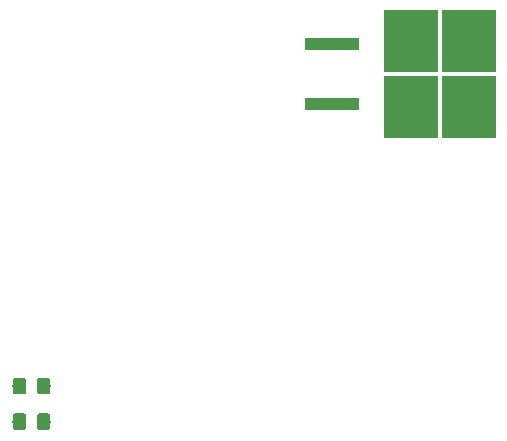
<source format=gbr>
G04 #@! TF.GenerationSoftware,KiCad,Pcbnew,(5.0.2)-1*
G04 #@! TF.CreationDate,2019-05-20T19:03:50+02:00*
G04 #@! TF.ProjectId,Carte commutation,43617274-6520-4636-9f6d-6d7574617469,rev?*
G04 #@! TF.SameCoordinates,Original*
G04 #@! TF.FileFunction,Paste,Top*
G04 #@! TF.FilePolarity,Positive*
%FSLAX46Y46*%
G04 Gerber Fmt 4.6, Leading zero omitted, Abs format (unit mm)*
G04 Created by KiCad (PCBNEW (5.0.2)-1) date 20/05/2019 19:03:50*
%MOMM*%
%LPD*%
G01*
G04 APERTURE LIST*
%ADD10C,0.100000*%
%ADD11C,1.150000*%
%ADD12R,4.600000X1.100000*%
%ADD13R,4.550000X5.250000*%
G04 APERTURE END LIST*
D10*
G04 #@! TO.C,C1*
G36*
X35679721Y-69251314D02*
X35703989Y-69254914D01*
X35727788Y-69260875D01*
X35750887Y-69269140D01*
X35773066Y-69279630D01*
X35794109Y-69292242D01*
X35813815Y-69306857D01*
X35831993Y-69323333D01*
X35848469Y-69341511D01*
X35863084Y-69361217D01*
X35875696Y-69382260D01*
X35886186Y-69404439D01*
X35894451Y-69427538D01*
X35900412Y-69451337D01*
X35904012Y-69475605D01*
X35905216Y-69500109D01*
X35905216Y-70400111D01*
X35904012Y-70424615D01*
X35900412Y-70448883D01*
X35894451Y-70472682D01*
X35886186Y-70495781D01*
X35875696Y-70517960D01*
X35863084Y-70539003D01*
X35848469Y-70558709D01*
X35831993Y-70576887D01*
X35813815Y-70593363D01*
X35794109Y-70607978D01*
X35773066Y-70620590D01*
X35750887Y-70631080D01*
X35727788Y-70639345D01*
X35703989Y-70645306D01*
X35679721Y-70648906D01*
X35655217Y-70650110D01*
X35005215Y-70650110D01*
X34980711Y-70648906D01*
X34956443Y-70645306D01*
X34932644Y-70639345D01*
X34909545Y-70631080D01*
X34887366Y-70620590D01*
X34866323Y-70607978D01*
X34846617Y-70593363D01*
X34828439Y-70576887D01*
X34811963Y-70558709D01*
X34797348Y-70539003D01*
X34784736Y-70517960D01*
X34774246Y-70495781D01*
X34765981Y-70472682D01*
X34760020Y-70448883D01*
X34756420Y-70424615D01*
X34755216Y-70400111D01*
X34755216Y-69500109D01*
X34756420Y-69475605D01*
X34760020Y-69451337D01*
X34765981Y-69427538D01*
X34774246Y-69404439D01*
X34784736Y-69382260D01*
X34797348Y-69361217D01*
X34811963Y-69341511D01*
X34828439Y-69323333D01*
X34846617Y-69306857D01*
X34866323Y-69292242D01*
X34887366Y-69279630D01*
X34909545Y-69269140D01*
X34932644Y-69260875D01*
X34956443Y-69254914D01*
X34980711Y-69251314D01*
X35005215Y-69250110D01*
X35655217Y-69250110D01*
X35679721Y-69251314D01*
X35679721Y-69251314D01*
G37*
D11*
X35330216Y-69950110D03*
D10*
G36*
X33629721Y-69251314D02*
X33653989Y-69254914D01*
X33677788Y-69260875D01*
X33700887Y-69269140D01*
X33723066Y-69279630D01*
X33744109Y-69292242D01*
X33763815Y-69306857D01*
X33781993Y-69323333D01*
X33798469Y-69341511D01*
X33813084Y-69361217D01*
X33825696Y-69382260D01*
X33836186Y-69404439D01*
X33844451Y-69427538D01*
X33850412Y-69451337D01*
X33854012Y-69475605D01*
X33855216Y-69500109D01*
X33855216Y-70400111D01*
X33854012Y-70424615D01*
X33850412Y-70448883D01*
X33844451Y-70472682D01*
X33836186Y-70495781D01*
X33825696Y-70517960D01*
X33813084Y-70539003D01*
X33798469Y-70558709D01*
X33781993Y-70576887D01*
X33763815Y-70593363D01*
X33744109Y-70607978D01*
X33723066Y-70620590D01*
X33700887Y-70631080D01*
X33677788Y-70639345D01*
X33653989Y-70645306D01*
X33629721Y-70648906D01*
X33605217Y-70650110D01*
X32955215Y-70650110D01*
X32930711Y-70648906D01*
X32906443Y-70645306D01*
X32882644Y-70639345D01*
X32859545Y-70631080D01*
X32837366Y-70620590D01*
X32816323Y-70607978D01*
X32796617Y-70593363D01*
X32778439Y-70576887D01*
X32761963Y-70558709D01*
X32747348Y-70539003D01*
X32734736Y-70517960D01*
X32724246Y-70495781D01*
X32715981Y-70472682D01*
X32710020Y-70448883D01*
X32706420Y-70424615D01*
X32705216Y-70400111D01*
X32705216Y-69500109D01*
X32706420Y-69475605D01*
X32710020Y-69451337D01*
X32715981Y-69427538D01*
X32724246Y-69404439D01*
X32734736Y-69382260D01*
X32747348Y-69361217D01*
X32761963Y-69341511D01*
X32778439Y-69323333D01*
X32796617Y-69306857D01*
X32816323Y-69292242D01*
X32837366Y-69279630D01*
X32859545Y-69269140D01*
X32882644Y-69260875D01*
X32906443Y-69254914D01*
X32930711Y-69251314D01*
X32955215Y-69250110D01*
X33605217Y-69250110D01*
X33629721Y-69251314D01*
X33629721Y-69251314D01*
G37*
D11*
X33280216Y-69950110D03*
G04 #@! TD*
D10*
G04 #@! TO.C,C2*
G36*
X33629721Y-72251314D02*
X33653989Y-72254914D01*
X33677788Y-72260875D01*
X33700887Y-72269140D01*
X33723066Y-72279630D01*
X33744109Y-72292242D01*
X33763815Y-72306857D01*
X33781993Y-72323333D01*
X33798469Y-72341511D01*
X33813084Y-72361217D01*
X33825696Y-72382260D01*
X33836186Y-72404439D01*
X33844451Y-72427538D01*
X33850412Y-72451337D01*
X33854012Y-72475605D01*
X33855216Y-72500109D01*
X33855216Y-73400111D01*
X33854012Y-73424615D01*
X33850412Y-73448883D01*
X33844451Y-73472682D01*
X33836186Y-73495781D01*
X33825696Y-73517960D01*
X33813084Y-73539003D01*
X33798469Y-73558709D01*
X33781993Y-73576887D01*
X33763815Y-73593363D01*
X33744109Y-73607978D01*
X33723066Y-73620590D01*
X33700887Y-73631080D01*
X33677788Y-73639345D01*
X33653989Y-73645306D01*
X33629721Y-73648906D01*
X33605217Y-73650110D01*
X32955215Y-73650110D01*
X32930711Y-73648906D01*
X32906443Y-73645306D01*
X32882644Y-73639345D01*
X32859545Y-73631080D01*
X32837366Y-73620590D01*
X32816323Y-73607978D01*
X32796617Y-73593363D01*
X32778439Y-73576887D01*
X32761963Y-73558709D01*
X32747348Y-73539003D01*
X32734736Y-73517960D01*
X32724246Y-73495781D01*
X32715981Y-73472682D01*
X32710020Y-73448883D01*
X32706420Y-73424615D01*
X32705216Y-73400111D01*
X32705216Y-72500109D01*
X32706420Y-72475605D01*
X32710020Y-72451337D01*
X32715981Y-72427538D01*
X32724246Y-72404439D01*
X32734736Y-72382260D01*
X32747348Y-72361217D01*
X32761963Y-72341511D01*
X32778439Y-72323333D01*
X32796617Y-72306857D01*
X32816323Y-72292242D01*
X32837366Y-72279630D01*
X32859545Y-72269140D01*
X32882644Y-72260875D01*
X32906443Y-72254914D01*
X32930711Y-72251314D01*
X32955215Y-72250110D01*
X33605217Y-72250110D01*
X33629721Y-72251314D01*
X33629721Y-72251314D01*
G37*
D11*
X33280216Y-72950110D03*
D10*
G36*
X35679721Y-72251314D02*
X35703989Y-72254914D01*
X35727788Y-72260875D01*
X35750887Y-72269140D01*
X35773066Y-72279630D01*
X35794109Y-72292242D01*
X35813815Y-72306857D01*
X35831993Y-72323333D01*
X35848469Y-72341511D01*
X35863084Y-72361217D01*
X35875696Y-72382260D01*
X35886186Y-72404439D01*
X35894451Y-72427538D01*
X35900412Y-72451337D01*
X35904012Y-72475605D01*
X35905216Y-72500109D01*
X35905216Y-73400111D01*
X35904012Y-73424615D01*
X35900412Y-73448883D01*
X35894451Y-73472682D01*
X35886186Y-73495781D01*
X35875696Y-73517960D01*
X35863084Y-73539003D01*
X35848469Y-73558709D01*
X35831993Y-73576887D01*
X35813815Y-73593363D01*
X35794109Y-73607978D01*
X35773066Y-73620590D01*
X35750887Y-73631080D01*
X35727788Y-73639345D01*
X35703989Y-73645306D01*
X35679721Y-73648906D01*
X35655217Y-73650110D01*
X35005215Y-73650110D01*
X34980711Y-73648906D01*
X34956443Y-73645306D01*
X34932644Y-73639345D01*
X34909545Y-73631080D01*
X34887366Y-73620590D01*
X34866323Y-73607978D01*
X34846617Y-73593363D01*
X34828439Y-73576887D01*
X34811963Y-73558709D01*
X34797348Y-73539003D01*
X34784736Y-73517960D01*
X34774246Y-73495781D01*
X34765981Y-73472682D01*
X34760020Y-73448883D01*
X34756420Y-73424615D01*
X34755216Y-73400111D01*
X34755216Y-72500109D01*
X34756420Y-72475605D01*
X34760020Y-72451337D01*
X34765981Y-72427538D01*
X34774246Y-72404439D01*
X34784736Y-72382260D01*
X34797348Y-72361217D01*
X34811963Y-72341511D01*
X34828439Y-72323333D01*
X34846617Y-72306857D01*
X34866323Y-72292242D01*
X34887366Y-72279630D01*
X34909545Y-72269140D01*
X34932644Y-72260875D01*
X34956443Y-72254914D01*
X34980711Y-72251314D01*
X35005215Y-72250110D01*
X35655217Y-72250110D01*
X35679721Y-72251314D01*
X35679721Y-72251314D01*
G37*
D11*
X35330216Y-72950110D03*
G04 #@! TD*
D12*
G04 #@! TO.C,R0*
X59725000Y-40960000D03*
X59725000Y-46040000D03*
D13*
X71300000Y-46275000D03*
X66450000Y-40725000D03*
X71300000Y-40725000D03*
X66450000Y-46275000D03*
G04 #@! TD*
M02*

</source>
